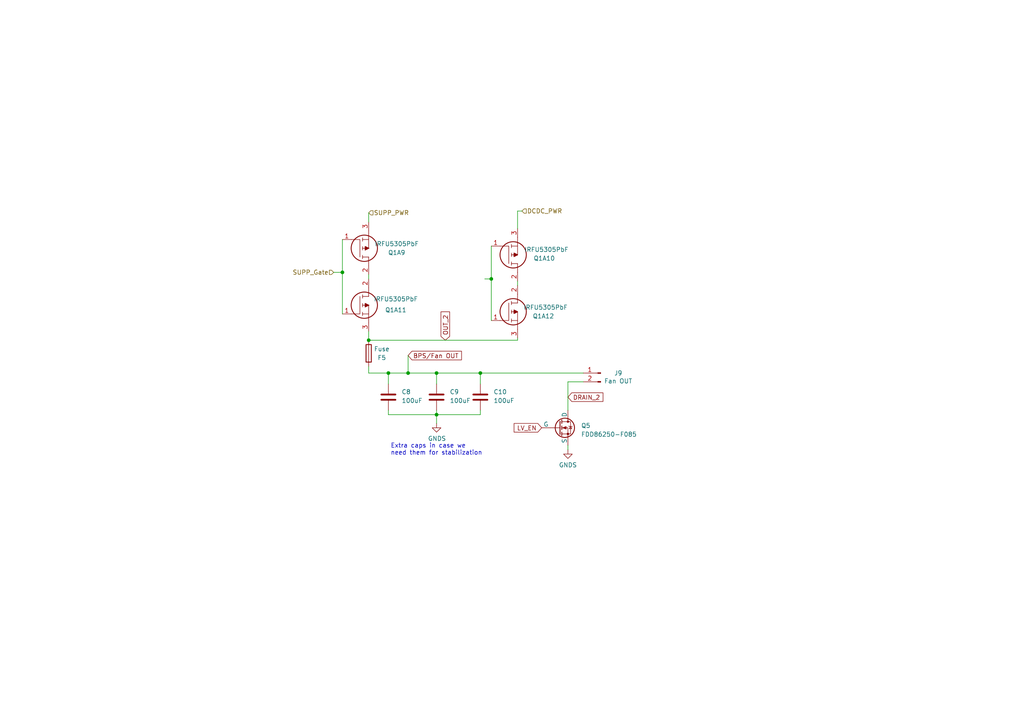
<source format=kicad_sch>
(kicad_sch (version 20231120) (generator "eeschema") (generator_version "8.0")
  (paper "A4")
  (lib_symbols
    (symbol "Connector:Conn_01x02_Pin" (pin_names (offset 1.016) hide)
      (property "Reference" "J" (at 0 2.54 0))
      (property "Value" "Conn_01x02_Pin" (at 0 -5.08 0))
      (symbol "Conn_01x02_Pin_1_1"
        (polyline (pts (xy 1.27 -2.54) (xy 0.8636 -2.54)) (stroke (width 0.1524)))
        (polyline (pts (xy 1.27 0) (xy 0.8636 0)) (stroke (width 0.1524)))
        (rectangle (start 0.8636 -2.413) (end 0 -2.667) (stroke (width 0.1524)) (fill (type outline)))
        (rectangle (start 0.8636 0.127) (end 0 -0.127) (stroke (width 0.1524)) (fill (type outline)))
        (pin passive line (at 5.08 0 180) (length 3.81) (name "Pin_1") (number "1"))
        (pin passive line (at 5.08 -2.54 180) (length 3.81) (name "Pin_2") (number "2"))
      )
    )
    (symbol "Device:C" (pin_numbers hide) (pin_names (offset 0.254))
      (property "Reference" "C" (at 0.635 2.54 0))
      (property "Value" "C" (at 0.635 -2.54 0))
      (symbol "C_0_1"
        (polyline (pts (xy -2.032 -0.762) (xy 2.032 -0.762)) (stroke (width 0.508)))
        (polyline (pts (xy -2.032 0.762) (xy 2.032 0.762)) (stroke (width 0.508)))
      )
      (symbol "C_1_1"
        (pin passive line (at 0 3.81 270) (length 2.794) (name "~") (number "1"))
        (pin passive line (at 0 -3.81 90) (length 2.794) (name "~") (number "2"))
      )
    )
    (symbol "Device:Fuse" (pin_numbers hide) (pin_names (offset 0))
      (property "Reference" "F" (at 2.032 0 90))
      (property "Value" "Fuse" (at -1.905 0 90))
      (symbol "Fuse_0_1"
        (rectangle (start -0.762 -2.54) (end 0.762 2.54) (stroke (width 0.254)))
        (polyline (pts (xy 0 2.54) (xy 0 -2.54)))
      )
      (symbol "Fuse_1_1"
        (pin passive line (at 0 3.81 270) (length 1.27) (name "~") (number "1"))
        (pin passive line (at 0 -3.81 90) (length 1.27) (name "~") (number "2"))
      )
    )
    (symbol "Simulation_SPICE:NMOS" (pin_numbers hide) (pin_names (offset 0))
      (property "Reference" "Q3" (at 6.35 0.635 0))
      (property "Value" "NMOS" (at 6.35 -1.905 0))
      (symbol "NMOS_0_1"
        (polyline (pts (xy 0.254 0) (xy -2.54 0)))
        (polyline (pts (xy 0.254 1.905) (xy 0.254 -1.905)) (stroke (width 0.254)))
        (polyline (pts (xy 0.762 -1.27) (xy 0.762 -2.286)) (stroke (width 0.254)))
        (polyline (pts (xy 0.762 0.508) (xy 0.762 -0.508)) (stroke (width 0.254)))
        (polyline (pts (xy 0.762 2.286) (xy 0.762 1.27)) (stroke (width 0.254)))
        (polyline (pts (xy 2.54 2.54) (xy 2.54 1.778)))
        (polyline (pts (xy 2.54 -2.54) (xy 2.54 0) (xy 0.762 0)))
        (polyline (pts (xy 0.762 -1.778) (xy 3.302 -1.778) (xy 3.302 1.778) (xy 0.762 1.778)))
        (polyline (pts (xy 1.016 0) (xy 2.032 0.381) (xy 2.032 -0.381) (xy 1.016 0)) (fill (type outline)))
        (polyline (pts (xy 2.794 0.508) (xy 2.921 0.381) (xy 3.683 0.381) (xy 3.81 0.254)))
        (polyline (pts (xy 3.302 0.381) (xy 2.921 -0.254) (xy 3.683 -0.254) (xy 3.302 0.381)))
        (circle (center 1.651 0) (radius 2.794) (stroke (width 0.254)))
        (circle (center 2.54 -1.778) (radius 0.254) (fill (type outline)))
        (circle (center 2.54 1.778) (radius 0.254) (fill (type outline)))
      )
      (symbol "NMOS_1_1"
        (pin input line (at -5.08 0 0) (length 2.54) (name "G") (number "1"))
        (pin passive line (at 2.54 5.08 270) (length 2.54) (name "D") (number "2"))
        (pin passive line (at 2.54 -5.08 90) (length 2.54) (name "S") (number "3"))
      )
    )
    (symbol "power:GNDS" (power) (pin_names (offset 0))
      (property "Value" "GNDS" (at 0 -3.81 0))
      (symbol "GNDS_0_1"
        (polyline (pts (xy 0 0) (xy 0 -1.27) (xy 1.27 -1.27) (xy 0 -2.54) (xy -1.27 -1.27) (xy 0 -1.27)))
      )
      (symbol "GNDS_1_1"
        (pin power_in line (at 0 0 270) (length 0) hide (name "GNDS") (number "1"))
      )
    )
    (symbol "utsvt-powersupp:SUP90P06-PCHANNEL-MOSFET" (pin_names (offset 0.762))
      (property "Reference" "Q" (at 11.43 3.81 0))
      (property "Value" "SUP90P06-PCHANNEL-MOSFET" (at 11.43 1.27 0))
      (symbol "SUP90P06-PCHANNEL-MOSFET_0_0"
        (pin passive line (at 0 0 0) (length 2.54) (name "~") (number "1"))
        (pin passive line (at 7.62 10.16 270) (length 2.54) (name "~") (number "2"))
        (pin passive line (at 7.62 -5.08 90) (length 2.54) (name "~") (number "3"))
      )
      (symbol "SUP90P06-PCHANNEL-MOSFET_0_1"
        (polyline (pts (xy 5.842 -0.508) (xy 5.842 0.508)) (stroke (width 0.1524)))
        (polyline (pts (xy 5.842 0) (xy 7.62 0)) (stroke (width 0.1524)))
        (polyline (pts (xy 5.842 2.032) (xy 5.842 3.048)) (stroke (width 0.1524)))
        (polyline (pts (xy 5.842 5.588) (xy 5.842 4.572)) (stroke (width 0.1524)))
        (polyline (pts (xy 7.62 2.54) (xy 5.842 2.54)) (stroke (width 0.1524)))
        (polyline (pts (xy 7.62 2.54) (xy 7.62 -2.54)) (stroke (width 0.1524)))
        (polyline (pts (xy 7.62 5.08) (xy 5.842 5.08)) (stroke (width 0.1524)))
        (polyline (pts (xy 7.62 5.08) (xy 7.62 7.62)) (stroke (width 0.1524)))
        (polyline (pts (xy 2.54 0) (xy 5.08 0) (xy 5.08 5.08)) (stroke (width 0.1524)))
        (polyline (pts (xy 7.62 2.54) (xy 6.604 3.048) (xy 6.604 2.032) (xy 7.62 2.54)) (stroke (width 0.254)) (fill (type outline)))
        (circle (center 6.35 2.54) (radius 3.81) (stroke (width 0.254)))
      )
    )
  )
  (junction (at 112.649 108.204))
  (junction (at 118.364 108.204))
  (junction (at 99.314 78.994))
  (junction (at 139.319 108.204))
  (junction (at 126.619 108.204))
  (junction (at 126.619 120.269))
  (junction (at 106.934 98.679))
  (junction (at 142.494 80.899))
  (wire (pts (xy 106.934 108.204) (xy 112.649 108.204)))
  (wire (pts (xy 164.719 110.744) (xy 164.719 118.999)))
  (wire (pts (xy 118.364 103.124) (xy 118.364 108.204)))
  (wire (pts (xy 112.649 118.999) (xy 112.649 120.269)))
  (wire (pts (xy 126.619 108.204) (xy 126.619 111.379)))
  (wire (pts (xy 106.934 61.722) (xy 106.934 64.389)))
  (wire (pts (xy 126.619 118.999) (xy 126.619 120.269)))
  (wire (pts (xy 106.934 79.629) (xy 106.934 80.899)))
  (wire (pts (xy 150.114 98.044) (xy 150.114 98.679)))
  (wire (pts (xy 126.619 108.204) (xy 139.319 108.204)))
  (wire (pts (xy 126.619 120.269) (xy 139.319 120.269)))
  (wire (pts (xy 118.364 108.204) (xy 126.619 108.204)))
  (wire (pts (xy 112.649 120.269) (xy 126.619 120.269)))
  (wire (pts (xy 139.319 108.204) (xy 139.319 111.379)))
  (wire (pts (xy 150.114 81.534) (xy 150.114 82.804)))
  (wire (pts (xy 106.934 98.679) (xy 150.114 98.679)))
  (wire (pts (xy 139.319 108.204) (xy 169.164 108.204)))
  (wire (pts (xy 140.589 80.899) (xy 142.494 80.899)))
  (wire (pts (xy 150.114 61.214) (xy 150.114 66.294)))
  (wire (pts (xy 139.319 120.269) (xy 139.319 118.999)))
  (wire (pts (xy 112.649 108.204) (xy 118.364 108.204)))
  (wire (pts (xy 164.719 110.744) (xy 169.164 110.744)))
  (wire (pts (xy 96.774 78.994) (xy 99.314 78.994)))
  (wire (pts (xy 99.314 78.994) (xy 99.314 91.059)))
  (wire (pts (xy 142.494 80.899) (xy 142.494 92.964)))
  (wire (pts (xy 99.314 69.469) (xy 99.314 78.994)))
  (wire (pts (xy 106.934 98.679) (xy 106.934 96.139)))
  (wire (pts (xy 142.494 71.374) (xy 142.494 80.899)))
  (wire (pts (xy 164.719 129.159) (xy 164.719 130.429)))
  (wire (pts (xy 126.619 120.269) (xy 126.619 122.809)))
  (wire (pts (xy 106.934 108.204) (xy 106.934 106.299)))
  (wire (pts (xy 150.114 61.214) (xy 151.384 61.214)))
  (wire (pts (xy 112.649 108.204) (xy 112.649 111.379)))
  (text "Extra caps in case we\nneed them for stabilization\n\n" (at 113.284 134.239 0) (effects (font (size 1.27 1.27)) (justify left bottom)))
  (global_label "LV_EN" (shape input) (at 157.099 124.079 180) (property "Intersheetrefs" "${INTERSHEET_REFS}" (effects (hide yes))))
  (global_label "OUT_2" (shape input) (at 129.159 98.679 90) (property "Intersheetrefs" "${INTERSHEET_REFS}" (effects (hide yes))))
  (global_label "DRAIN_2" (shape input) (at 164.719 115.189 0) (property "Intersheetrefs" "${INTERSHEET_REFS}" (effects (hide yes))))
  (global_label "BPS{slash}Fan OUT" (shape input) (at 118.364 103.124 0) (property "Intersheetrefs" "${INTERSHEET_REFS}" (effects (hide yes))))
  (hierarchical_label "DCDC_PWR" (shape input) (at 151.384 61.214 0))
  (hierarchical_label "SUPP_Gate" (shape input) (at 96.774 78.994 180))
  (hierarchical_label "SUPP_PWR" (shape input) (at 106.934 61.722 0))
  (symbol (lib_id "Device:Fuse") (at 106.934 102.489 0) (unit 1)
    (property "Reference" "F5" (at 110.744 103.759 0))
    (property "Value" "Fuse" (at 110.744 101.219 0))
    (property "Footprint" "Fuse:Fuseholder_Blade_Mini_Keystone_3568" (effects (hide yes)))
    (property "Datasheet" "https://www.mouser.com/datasheet/2/215/3568-742601.pdf" (effects (hide yes)))
    (property "Sim.Device" "SPICE" (effects (hide yes)))
  )
  (symbol (lib_id "utsvt-powersupp:SUP90P06-PCHANNEL-MOSFET") (at 99.314 69.469 0) (mirror x) (unit 1)
    (property "Reference" "Q1A9" (at 115.062 73.279 0))
    (property "Value" "IRFU5305PbF" (at 115.062 70.739 0))
    (property "Footprint" "UTSVT_PowerSupp:SUP90P06-PCHAN-ENH-PWR-MOSFET" (effects (hide yes)))
    (property "Datasheet" "https://www.vishay.com/docs/73010/sup90p06-09l.pdf" (effects (hide yes)))
    (property "Height" "4.83" (effects (hide yes)))
    (property "Sim.Device" "PMOS" (effects (hide yes)))
    (property "Sim.Type" "VDMOS" (effects (hide yes)))
    (property "Sim.Pins" "1=D 2=G 3=S" (effects (hide yes)))
  )
  (symbol (lib_id "Device:C") (at 126.619 115.189 0) (unit 1)
    (property "Reference" "C9" (at 130.429 113.6649 0) (effects (justify left)))
    (property "Value" "100uF" (at 130.429 116.2049 0) (effects (justify left)))
    (property "Footprint" "Capacitor_SMD:C_1210_3225Metric" (effects (hide yes)))
    (property "Datasheet" "https://www.mouser.com/datasheet/2/212/KEM_C1006_X5R_SMD-1103249.pdf" (effects (hide yes)))
  )
  (symbol (lib_id "Device:C") (at 112.649 115.189 0) (unit 1)
    (property "Reference" "C8" (at 116.459 113.6649 0) (effects (justify left)))
    (property "Value" "100uF" (at 116.459 116.2049 0) (effects (justify left)))
    (property "Footprint" "Capacitor_SMD:C_1210_3225Metric" (effects (hide yes)))
    (property "Datasheet" "https://www.mouser.com/datasheet/2/212/KEM_C1006_X5R_SMD-1103249.pdf" (effects (hide yes)))
  )
  (symbol (lib_id "utsvt-powersupp:SUP90P06-PCHANNEL-MOSFET") (at 142.494 71.374 0) (mirror x) (unit 1)
    (property "Reference" "Q1A10" (at 157.861 74.93 0))
    (property "Value" "IRFU5305PbF" (at 158.496 72.39 0))
    (property "Footprint" "UTSVT_PowerSupp:SUP90P06-PCHAN-ENH-PWR-MOSFET" (effects (hide yes)))
    (property "Datasheet" "https://www.vishay.com/docs/73010/sup90p06-09l.pdf" (effects (hide yes)))
    (property "Height" "4.83" (effects (hide yes)))
    (property "Sim.Device" "PMOS" (effects (hide yes)))
    (property "Sim.Type" "VDMOS" (effects (hide yes)))
    (property "Sim.Pins" "1=D 2=G 3=S" (effects (hide yes)))
  )
  (symbol (lib_id "utsvt-powersupp:SUP90P06-PCHANNEL-MOSFET") (at 142.494 92.964 0) (unit 1)
    (property "Reference" "Q1A12" (at 157.607 91.694 0))
    (property "Value" "IRFU5305PbF" (at 158.242 89.154 0))
    (property "Footprint" "UTSVT_PowerSupp:SUP90P06-PCHAN-ENH-PWR-MOSFET" (effects (hide yes)))
    (property "Datasheet" "https://www.vishay.com/docs/73010/sup90p06-09l.pdf" (effects (hide yes)))
    (property "Height" "4.83" (effects (hide yes)))
    (property "Sim.Device" "PMOS" (effects (hide yes)))
    (property "Sim.Type" "VDMOS" (effects (hide yes)))
    (property "Sim.Pins" "1=D 2=G 3=S" (effects (hide yes)))
  )
  (symbol (lib_id "power:GNDS") (at 164.719 130.429 0) (unit 1)
    (property "Reference" "#PWR019" (effects (hide yes)))
    (property "Value" "GNDS" (at 164.719 134.874 0))
    (property "Sim.Device" "V" (effects (hide yes)))
    (property "Sim.Type" "DC" (effects (hide yes)))
    (property "Sim.Pins" "1=+" (effects (hide yes)))
    (property "Sim.Params" "dc=\"\"" (effects (hide yes)))
  )
  (symbol (lib_id "Device:C") (at 139.319 115.189 0) (unit 1)
    (property "Reference" "C10" (at 143.129 113.6649 0) (effects (justify left)))
    (property "Value" "100uF" (at 143.129 116.2049 0) (effects (justify left)))
    (property "Footprint" "Capacitor_SMD:C_1210_3225Metric" (effects (hide yes)))
    (property "Datasheet" "https://www.mouser.com/datasheet/2/212/KEM_C1006_X5R_SMD-1103249.pdf" (effects (hide yes)))
  )
  (symbol (lib_id "power:GNDS") (at 126.619 122.809 0) (unit 1)
    (property "Reference" "#PWR017" (effects (hide yes)))
    (property "Value" "GNDS" (at 126.746 127.2032 0))
    (property "Sim.Device" "V" (effects (hide yes)))
    (property "Sim.Type" "DC" (effects (hide yes)))
    (property "Sim.Pins" "1=+" (effects (hide yes)))
    (property "Sim.Params" "dc=\"\"" (effects (hide yes)))
  )
  (symbol (lib_id "Connector:Conn_01x02_Pin") (at 174.244 108.204 0) (mirror y) (unit 1)
    (property "Reference" "J9" (at 179.324 108.9406 0) (effects (justify bottom)))
    (property "Value" "Fan OUT" (at 179.324 111.252 0) (effects (justify bottom)))
    (property "Footprint" "Connector_Molex:Molex_Sabre_43160-0102_1x02_P7.49mm_Vertical" (effects (hide yes)))
    (property "Datasheet" "https://www.mouser.com/ProductDetail/538-43160-0102" (effects (hide yes)))
    (property "Sim.Device" "V" (effects (hide yes)))
    (property "Sim.Type" "DC" (effects (hide yes)))
    (property "Sim.Pins" "1=+ 2=-" (effects (hide yes)))
    (property "Sim.Params" "dc=\"\"" (effects (hide yes)))
  )
  (symbol (lib_id "utsvt-powersupp:SUP90P06-PCHANNEL-MOSFET") (at 99.314 91.059 0) (unit 1)
    (property "Reference" "Q1A11" (at 114.808 89.916 0))
    (property "Value" "IRFU5305PbF" (at 114.808 86.741 0))
    (property "Footprint" "UTSVT_PowerSupp:SUP90P06-PCHAN-ENH-PWR-MOSFET" (effects (hide yes)))
    (property "Datasheet" "https://www.vishay.com/docs/73010/sup90p06-09l.pdf" (effects (hide yes)))
    (property "Height" "4.83" (effects (hide yes)))
    (property "Sim.Device" "PMOS" (effects (hide yes)))
    (property "Sim.Type" "VDMOS" (effects (hide yes)))
    (property "Sim.Pins" "1=D 2=G 3=S" (effects (hide yes)))
  )
  (symbol (lib_id "Simulation_SPICE:NMOS") (at 162.179 124.079 0) (unit 1)
    (property "Reference" "Q5" (at 168.529 123.444 0) (effects (justify left)))
    (property "Value" "FDD86250-F085" (at 168.529 125.984 0) (effects (justify left)))
    (property "Footprint" "UTSVT_PowerSupp:FDD13AN06A0F085" (effects (hide yes)))
    (property "Datasheet" "https://www.mouser.com/datasheet/2/308/1/FDD86250_F085_D-2312165.pdf" (effects (hide yes)))
    (property "Sim.Device" "NMOS" (effects (hide yes)))
    (property "Sim.Type" "VDMOS" (effects (hide yes)))
    (property "Sim.Pins" "1=D 2=G 3=S" (effects (hide yes)))
  )
)
</source>
